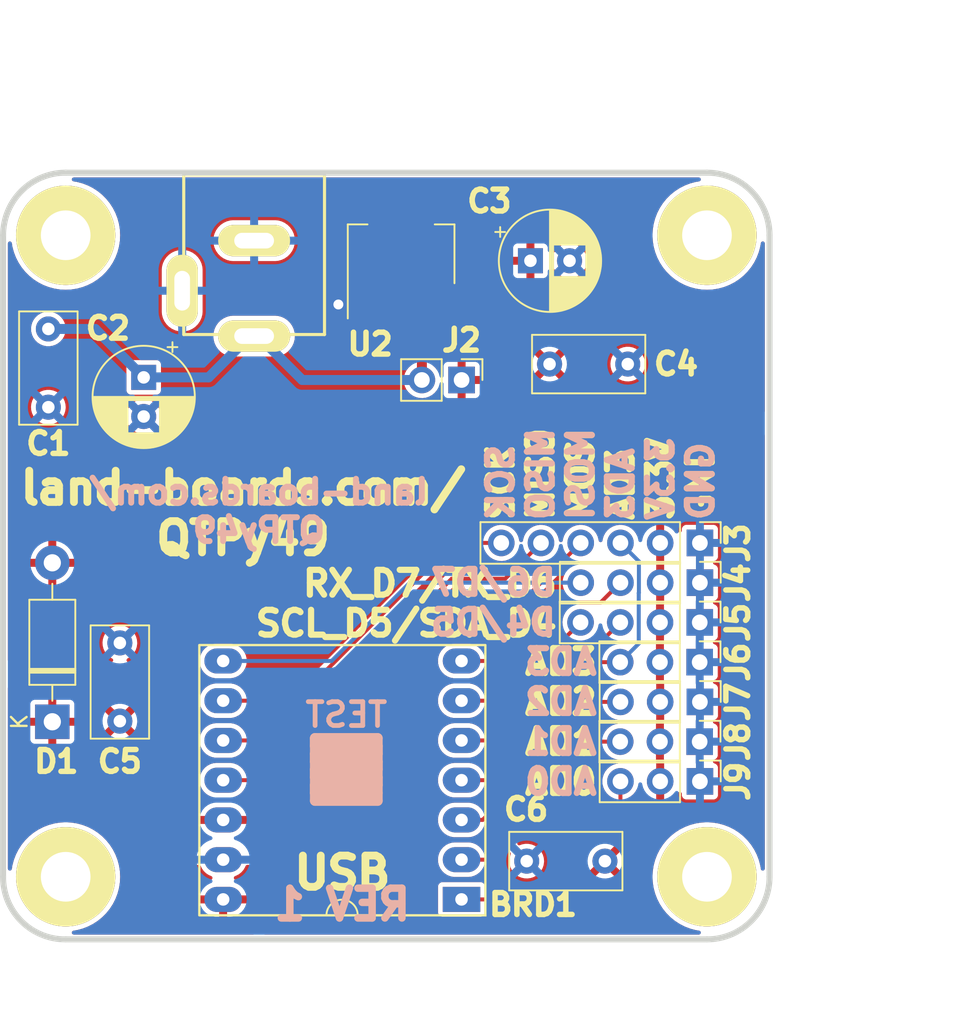
<source format=kicad_pcb>
(kicad_pcb (version 20211014) (generator pcbnew)
  (title_block (date "19 aug 2014"))
  (layers (0 "F.Cu" signal "Front") (31 "B.Cu" signal "Back") (36 "B.SilkS" user "B.Silkscreen") (37 "F.SilkS" user "F.Silkscreen") (38 "B.Mask" user) (39 "F.Mask" user) (44 "Edge.Cuts" user))
  (net 0 "")
  (net 1 "+5V")
  (net 2 "/AD0")
  (net 3 "/AD1")
  (net 4 "/AD2")
  (net 5 "/AD3")
  (net 6 "/D4_SDA")
  (net 7 "/D5_SCL")
  (net 8 "/AD6_TX")
  (net 9 "/AD7_RX")
  (net 10 "/AD8_SCK")
  (net 11 "/AD9_MISO")
  (net 12 "/AD10_MOSI")
  (net 13 "+3V3")
  (net 14 "/VREG")
  (net 15 "/VIN")
  (net 16 "GND")
  (footprint "Package_TO_SOT_SMD:SOT-223" (layer "F.Cu") (at 25.445282 5.215482 90)
    (fp_text reference "U2" (at -5.748 -1.98 180) (layer "F.SilkS") (effects (font (size 1.397 1.397) (thickness 0.381))))
    (fp_text value "AP1117")
    (pad "1" smd rect (at -3.15 -2.3 90) (size 2 1.5) (layers "F.Cu" "F.Paste" "F.Mask") (net 16 "GND"))
    (pad "2" smd rect (at -3.15 0 90) (size 2 1.5) (layers "F.Cu" "F.Paste" "F.Mask") (net 14 "/VREG"))
    (pad "3" smd rect (at -3.15 2.3 90) (size 2 1.5) (layers "F.Cu" "F.Paste" "F.Mask") (net 15 "/VIN"))
    (pad "4" smd rect (at 3.15 0 90) (size 2 3.8) (layers "F.Cu" "F.Paste" "F.Mask") (net 14 "/VREG"))
  )
  (footprint "Connector_PinHeader_2.54mm:PinHeader_1x03_P2.54mm_Vertical" (layer "F.Cu") (at 44.547282 33.823482 -90)
    (fp_text reference "J7" (at 0 -2.427318 90) (layer "F.SilkS") (effects (font (size 1.397 1.397) (thickness 0.34925))))
    (fp_text value "Conn_01x03")
    (pad "1" thru_hole rect (at 0 0 270) (size 1.7 1.7) (drill 1) (layers *.Cu *.Mask) (net 16 "GND"))
    (pad "2" thru_hole oval (at 0 2.54 270) (size 1.7 1.7) (drill 1) (layers *.Cu *.Mask) (net 13 "+3V3"))
    (pad "3" thru_hole oval (at 0 5.08 270) (size 1.7 1.7) (drill 1) (layers *.Cu *.Mask) (net 4 "/AD2"))
  )
  (footprint "LandBoards_MountHoles:MTG-4-40" (layer "F.Cu") (at 4 4)
    (fp_text reference "MTG1" hide)
    (fp_text value "4-40_MTG_HOLE" hide)
    (pad "1" thru_hole circle locked (at 0 0) (size 6.35 6.35) (drill 3.175) (layers *.Cu *.Mask "F.SilkS"))
  )
  (footprint "LandBoards_MountHoles:MTG-4-40" (layer "F.Cu") (at 45 4)
    (fp_text reference "MTG2" hide)
    (fp_text value "4-40_MTG_HOLE" hide)
    (pad "1" thru_hole circle locked (at 0 0) (size 6.35 6.35) (drill 3.175) (layers *.Cu *.Mask "F.SilkS"))
  )
  (footprint "LandBoards_MountHoles:MTG-4-40" (layer "F.Cu") (at 45 45)
    (fp_text reference "MTG4" hide)
    (fp_text value "4-40_MTG_HOLE" hide)
    (pad "1" thru_hole circle locked (at 0 0) (size 6.35 6.35) (drill 3.175) (layers *.Cu *.Mask "F.SilkS"))
  )
  (footprint "Connector_PinHeader_2.54mm:PinHeader_1x03_P2.54mm_Vertical" (layer "F.Cu") (at 44.547282 38.903482 -90)
    (fp_text reference "J9" (at 0 -2.427318 -90) (layer "F.SilkS") (effects (font (size 1.397 1.397) (thickness 0.34925))))
    (fp_text value "Conn_01x03")
    (pad "1" thru_hole rect (at 0 0 270) (size 1.7 1.7) (drill 1) (layers *.Cu *.Mask) (net 16 "GND"))
    (pad "2" thru_hole oval (at 0 2.54 270) (size 1.7 1.7) (drill 1) (layers *.Cu *.Mask) (net 13 "+3V3"))
    (pad "3" thru_hole oval (at 0 5.08 270) (size 1.7 1.7) (drill 1) (layers *.Cu *.Mask) (net 2 "/AD0"))
  )
  (footprint "Connector_PinHeader_2.54mm:PinHeader_1x03_P2.54mm_Vertical" (layer "F.Cu") (at 44.532282 36.363482 -90)
    (fp_text reference "J8" (at 0 -2.442318 90) (layer "F.SilkS") (effects (font (size 1.397 1.397) (thickness 0.34925))))
    (fp_text value "Conn_01x03")
    (pad "1" thru_hole rect (at 0 0 270) (size 1.7 1.7) (drill 1) (layers *.Cu *.Mask) (net 16 "GND"))
    (pad "2" thru_hole oval (at 0 2.54 270) (size 1.7 1.7) (drill 1) (layers *.Cu *.Mask) (net 13 "+3V3"))
    (pad "3" thru_hole oval (at 0 5.08 270) (size 1.7 1.7) (drill 1) (layers *.Cu *.Mask) (net 3 "/AD1"))
  )
  (footprint "Capacitor_THT:C_Rect_L7.0mm_W3.5mm_P5.00mm" (layer "F.Cu") (at 7.463282 35.053482 90)
    (fp_text reference "C5" (at -2.58 0 180) (layer "F.SilkS") (effects (font (size 1.397 1.397) (thickness 0.34925))))
    (fp_text value "0.1uF")
    (pad "1" thru_hole circle (at 0 0 90) (size 1.6 1.6) (drill 0.8) (layers *.Cu *.Mask) (net 1 "+5V"))
    (pad "2" thru_hole circle (at 5 0 90) (size 1.6 1.6) (drill 0.8) (layers *.Cu *.Mask) (net 16 "GND"))
  )
  (footprint "LandBoards_MountHoles:MTG-4-40" (layer "F.Cu") (at 4 45)
    (fp_text reference "MTG3" hide)
    (fp_text value "4-40_MTG_HOLE" hide)
    (pad "1" thru_hole circle locked (at 0 0) (size 6.35 6.35) (drill 3.175) (layers *.Cu *.Mask "F.SilkS"))
  )
  (footprint "Capacitor_THT:CP_Radial_D6.3mm_P2.50mm" (layer "F.Cu") (at 8.987282 13.083103 -90)
    (fp_text reference "C2" (at -3.135621 2.286 180) (layer "F.SilkS") (effects (font (size 1.397 1.397) (thickness 0.34925))))
    (fp_text value "CP1")
    (pad "1" thru_hole rect (at 0 0 270) (size 1.6 1.6) (drill 0.8) (layers *.Cu *.Mask) (net 15 "/VIN"))
    (pad "2" thru_hole circle (at 2.5 0 270) (size 1.6 1.6) (drill 0.8) (layers *.Cu *.Mask) (net 16 "GND"))
  )
  (footprint "Capacitor_THT:CP_Radial_D6.3mm_P2.50mm" (layer "F.Cu") (at 33.712903 5.629482)
    (fp_text reference "C3" (at -2.627621 -3.81) (layer "F.SilkS") (effects (font (size 1.397 1.397) (thickness 0.34925))))
    (fp_text value "CP1")
    (pad "1" thru_hole rect (at 0 0) (size 1.6 1.6) (drill 0.8) (layers *.Cu *.Mask) (net 14 "/VREG"))
    (pad "2" thru_hole circle (at 2.5 0) (size 1.6 1.6) (drill 0.8) (layers *.Cu *.Mask) (net 16 "GND"))
  )
  (footprint "LandBoards_Conns:DCJ-NEW-Slotted" (layer "F.Cu") (at 16.047282 4.3434 -90)
    (fp_text reference "J1" hide)
    (fp_text value "DCJ0202" hide)
    (pad "1" thru_hole oval (at 6.1 0 270) (size 2 4.6) (drill oval 1 2.54) (layers *.Cu *.Mask "F.SilkS") (net 15 "/VIN"))
    (pad "2" thru_hole oval (at 0 0 270) (size 2 4.6) (drill oval 1 2.54) (layers *.Cu *.Mask "F.SilkS") (net 16 "GND"))
    (pad "3" thru_hole oval (at 3.2 4.6 270) (size 4.6 2) (drill oval 2.54 1) (layers *.Cu *.Mask "F.SilkS") (net 16 "GND"))
  )
  (footprint "Connector_PinHeader_2.54mm:PinHeader_1x06_P2.54mm_Vertical" (layer "F.Cu") (at 44.547282 23.663482 -90)
    (fp_text reference "J3" (at 0 -2.427318 90) (layer "F.SilkS") (effects (font (size 1.397 1.397) (thickness 0.34925))))
    (fp_text value "Conn_01x06")
    (pad "1" thru_hole rect (at 0 0 270) (size 1.7 1.7) (drill 1) (layers *.Cu *.Mask) (net 16 "GND"))
    (pad "2" thru_hole oval (at 0 2.54 270) (size 1.7 1.7) (drill 1) (layers *.Cu *.Mask) (net 13 "+3V3"))
    (pad "3" thru_hole oval (at 0 5.08 270) (size 1.7 1.7) (drill 1) (layers *.Cu *.Mask) (net 5 "/AD3"))
    (pad "4" thru_hole oval (at 0 7.62 270) (size 1.7 1.7) (drill 1) (layers *.Cu *.Mask) (net 12 "/AD10_MOSI"))
    (pad "5" thru_hole oval (at 0 10.16 270) (size 1.7 1.7) (drill 1) (layers *.Cu *.Mask) (net 11 "/AD9_MISO"))
    (pad "6" thru_hole oval (at 0 12.7 270) (size 1.7 1.7) (drill 1) (layers *.Cu *.Mask) (net 10 "/AD8_SCK"))
  )
  (footprint "Capacitor_THT:C_Rect_L7.0mm_W3.5mm_P5.00mm" (layer "F.Cu") (at 2.891282 9.987482 -90)
    (fp_text reference "C1" (at 7.326 0 180) (layer "F.SilkS") (effects (font (size 1.397 1.397) (thickness 0.381))))
    (fp_text value "0.1uF")
    (pad "1" thru_hole circle (at 0 0 270) (size 1.6 1.6) (drill 0.8) (layers *.Cu *.Mask) (net 15 "/VIN"))
    (pad "2" thru_hole circle (at 5 0 270) (size 1.6 1.6) (drill 0.8) (layers *.Cu *.Mask) (net 16 "GND"))
  )
  (footprint "Connector_PinHeader_2.54mm:PinHeader_1x03_P2.54mm_Vertical" (layer "F.Cu") (at 44.532282 31.283482 -90)
    (fp_text reference "J6" (at 0 -2.442318 90) (layer "F.SilkS") (effects (font (size 1.397 1.397) (thickness 0.34925))))
    (fp_text value "Conn_01x03")
    (pad "1" thru_hole rect (at 0 0 270) (size 1.7 1.7) (drill 1) (layers *.Cu *.Mask) (net 16 "GND"))
    (pad "2" thru_hole oval (at 0 2.54 270) (size 1.7 1.7) (drill 1) (layers *.Cu *.Mask) (net 13 "+3V3"))
    (pad "3" thru_hole oval (at 0 5.08 270) (size 1.7 1.7) (drill 1) (layers *.Cu *.Mask) (net 5 "/AD3"))
  )
  (footprint "Connector_PinHeader_2.54mm:PinHeader_1x04_P2.54mm_Vertical" (layer "F.Cu") (at 44.537282 28.743482 -90)
    (fp_text reference "J5" (at 0 -2.437318 90) (layer "F.SilkS") (effects (font (size 1.397 1.397) (thickness 0.34925))))
    (fp_text value "Conn_01x04")
    (pad "1" thru_hole rect (at 0 0 270) (size 1.7 1.7) (drill 1) (layers *.Cu *.Mask) (net 16 "GND"))
    (pad "2" thru_hole oval (at 0 2.54 270) (size 1.7 1.7) (drill 1) (layers *.Cu *.Mask) (net 13 "+3V3"))
    (pad "3" thru_hole oval (at 0 5.08 270) (size 1.7 1.7) (drill 1) (layers *.Cu *.Mask) (net 6 "/D4_SDA"))
    (pad "4" thru_hole oval (at 0 7.62 270) (size 1.7 1.7) (drill 1) (layers *.Cu *.Mask) (net 7 "/D5_SCL"))
  )
  (footprint "Connector_PinHeader_2.54mm:PinHeader_1x02_P2.54mm_Vertical" (layer "F.Cu") (at 29.312282 13.249482 -90)
    (fp_text reference "J2" (at -2.54 0.005 180) (layer "F.SilkS") (effects (font (size 1.397 1.397) (thickness 0.34925))))
    (fp_text value "Conn_01x02")
    (pad "1" thru_hole rect (at 0 0 270) (size 1.7 1.7) (drill 1) (layers *.Cu *.Mask) (net 14 "/VREG"))
    (pad "2" thru_hole oval (at 0 2.54 270) (size 1.7 1.7) (drill 1) (layers *.Cu *.Mask) (net 15 "/VIN"))
  )
  (footprint "Capacitor_THT:C_Rect_L7.0mm_W3.5mm_P5.00mm" (layer "F.Cu") (at 38.4746 44 180)
    (fp_text reference "C6" (at 5.04 3.302) (layer "F.SilkS") (effects (font (size 1.397 1.397) (thickness 0.34925))))
    (fp_text value "0.1uF")
    (pad "1" thru_hole circle (at 0 0 180) (size 1.6 1.6) (drill 0.8) (layers *.Cu *.Mask) (net 13 "+3V3"))
    (pad "2" thru_hole circle (at 5 0 180) (size 1.6 1.6) (drill 0.8) (layers *.Cu *.Mask) (net 16 "GND"))
  )
  (footprint "LandBoards_BoardOutlines:QT_Py" (layer "F.Cu") (at 29.307282 46.447282 180)
    (fp_text reference "BRD1" (at -4.572 -0.3302 180) (layer "F.SilkS") (effects (font (size 1.397 1.397) (thickness 0.381))))
    (fp_text value "QT_Py")
    (pad "1" thru_hole rect (at 0 0 180) (size 2.4 1.6) (drill 0.8) (layers *.Cu *.Mask) (net 2 "/AD0"))
    (pad "2" thru_hole oval (at 0 2.54 180) (size 2.4 1.6) (drill 0.8) (layers *.Cu *.Mask) (net 3 "/AD1"))
    (pad "3" thru_hole oval (at 0 5.08 180) (size 2.4 1.6) (drill 0.8) (layers *.Cu *.Mask) (net 4 "/AD2"))
    (pad "4" thru_hole oval (at 0 7.62 180) (size 2.4 1.6) (drill 0.8) (layers *.Cu *.Mask) (net 5 "/AD3"))
    (pad "5" thru_hole oval (at 0 10.16 180) (size 2.4 1.6) (drill 0.8) (layers *.Cu *.Mask) (net 6 "/D4_SDA"))
    (pad "6" thru_hole oval (at 0 12.7 180) (size 2.4 1.6) (drill 0.8) (layers *.Cu *.Mask) (net 7 "/D5_SCL"))
    (pad "7" thru_hole oval (at 0 15.24 180) (size 2.4 1.6) (drill 0.8) (layers *.Cu *.Mask) (net 8 "/AD6_TX"))
    (pad "8" thru_hole oval (at 15.24 15.24 180) (size 2.4 1.6) (drill 0.8) (layers *.Cu *.Mask) (net 9 "/AD7_RX"))
    (pad "9" thru_hole oval (at 15.24 12.7 180) (size 2.4 1.6) (drill 0.8) (layers *.Cu *.Mask) (net 10 "/AD8_SCK"))
    (pad "10" thru_hole oval (at 15.24 10.16 180) (size 2.4 1.6) (drill 0.8) (layers *.Cu *.Mask) (net 11 "/AD9_MISO"))
    (pad "11" thru_hole oval (at 15.24 7.62 180) (size 2.4 1.6) (drill 0.8) (layers *.Cu *.Mask) (net 12 "/AD10_MOSI"))
    (pad "12" thru_hole oval (at 15.24 5.08 180) (size 2.4 1.6) (drill 0.8) (layers *.Cu *.Mask) (net 13 "+3V3"))
    (pad "13" thru_hole oval (at 15.24 2.54 180) (size 2.4 1.6) (drill 0.8) (layers *.Cu *.Mask) (net 16 "GND"))
    (pad "14" thru_hole oval (at 15.24 0 180) (size 2.4 1.6) (drill 0.8) (layers *.Cu *.Mask) (net 1 "+5V"))
  )
  (footprint "LandBoards_Marking:TEST_BLK-REAR" (layer "F.Cu") (at 21.941282 38.141482)
    (fp_text reference "TEST" (at 0 -3.5) (layer "B.SilkS") (effects (font (size 1.524 1.524) (thickness 0.3048)) (justify mirror)))
    (fp_text value "TEST COUPON" hide)
  )
  (footprint "Capacitor_THT:C_Rect_L7.0mm_W3.5mm_P5.00mm" (layer "F.Cu") (at 34.935282 12.233482)
    (fp_text reference "C4" (at 8.088 0) (layer "F.SilkS") (effects (font (size 1.397 1.397) (thickness 0.34925))))
    (fp_text value "0.1uF")
    (pad "1" thru_hole circle (at 0 0) (size 1.6 1.6) (drill 0.8) (layers *.Cu *.Mask) (net 14 "/VREG"))
    (pad "2" thru_hole circle (at 5 0) (size 1.6 1.6) (drill 0.8) (layers *.Cu *.Mask) (net 16 "GND"))
  )
  (footprint "Connector_PinHeader_2.54mm:PinHeader_1x04_P2.54mm_Vertical" (layer "F.Cu") (at 44.547282 26.203482 -90)
    (fp_text reference "J4" (at 0 -2.427318 90) (layer "F.SilkS") (effects (font (size 1.397 1.397) (thickness 0.381))))
    (fp_text value "Conn_01x04")
    (pad "1" thru_hole rect (at 0 0 270) (size 1.7 1.7) (drill 1) (layers *.Cu *.Mask) (net 16 "GND"))
    (pad "2" thru_hole oval (at 0 2.54 270) (size 1.7 1.7) (drill 1) (layers *.Cu *.Mask) (net 13 "+3V3"))
    (pad "3" thru_hole oval (at 0 5.08 270) (size 1.7 1.7) (drill 1) (layers *.Cu *.Mask) (net 8 "/AD6_TX"))
    (pad "4" thru_hole oval (at 0 7.62 270) (size 1.7 1.7) (drill 1) (layers *.Cu *.Mask) (net 9 "/AD7_RX"))
  )
  (footprint "Diode_THT:D_DO-41_SOD81_P10.16mm_Horizontal" (layer "F.Cu") (at 3.145282 35.093482 90)
    (fp_text reference "D1" (at -2.54 0.254 180) (layer "F.SilkS") (effects (font (size 1.397 1.397) (thickness 0.381))))
    (fp_text value "D_Schottky")
    (fp_text user "K" (at 0 -2.1 90) (layer "F.SilkS"))
    (pad "1" thru_hole rect (at 0 0 90) (size 2.2 2.2) (drill 1.1) (layers *.Cu *.Mask) (net 1 "+5V"))
    (pad "2" thru_hole oval (at 10.16 0 90) (size 2.2 2.2) (drill 1.1) (layers *.Cu *.Mask) (net 14 "/VREG"))
  )
  (gr_line (start 49 45) (end 49 4) (layer "Edge.Cuts") (width 0.381))
  (gr_arc (start 49 45) (mid 47.828427 47.828427) (end 45 49) (layer "Edge.Cuts") (width 0.381))
  (gr_arc (start 4 49) (mid 1.163751 47.836249) (end 0 45) (layer "Edge.Cuts") (width 0.381))
  (gr_arc (start 0 4) (mid 1.171573 1.171573) (end 4 0) (layer "Edge.Cuts") (width 0.381))
  (gr_line (start 4 49) (end 45 49) (layer "Edge.Cuts") (width 0.381))
  (gr_line (start 45 0) (end 4 0) (layer "Edge.Cuts") (width 0.381))
  (gr_line (start 0 4) (end 0 45) (layer "Edge.Cuts") (width 0.381))
  (gr_arc (start 45 0) (mid 47.828427 1.171573) (end 49 4) (layer "Edge.Cuts") (width 0.381))
  (gr_text "SCK\nMISO\nMOSI\nAD3\n3.3V\nGND" (at 38.197282 22.393482 90) (layer "B.SilkS") (effects (font (size 1.5875 1.5875) (thickness 0.396875)) (justify right mirror)))
  (gr_text "REV 1" (at 21.687282 46.777482) (layer "B.SilkS") (effects (font (size 1.905 1.905) (thickness 0.47625)) (justify mirror)))
  (gr_text "land-boards.com/\nQTPy49" (at 16.353282 21.631482) (layer "B.SilkS") (effects (font (size 1.524 1.524) (thickness 0.381)) (justify mirror)))
  (gr_text "D6/D7\nD4/D5" (at 31.339282 27.473482) (layer "B.SilkS") (effects (font (size 1.5875 1.5875) (thickness 0.396875)) (justify mirror)))
  (gr_text "AD3\nAD2\nAD1\nAD0" (at 35.657282 35.093482) (layer "B.SilkS") (effects (font (size 1.5875 1.5875) (thickness 0.396875)) (justify mirror)))
  (gr_text "AD3\nAD2\nAD1\nAD0" (at 35.657282 35.093482) (layer "F.SilkS") (effects (font (size 1.5875 1.5875) (thickness 0.396875))))
  (gr_text "land-boards.com/\nQTPy49" (at 15.337282 21.758482) (layer "F.SilkS") (effects (font (size 2 2) (thickness 0.5))))
  (gr_text "SCK\nMISO\nMOSI\nAD3\n3.3V\nGND" (at 38.197282 22.393482 90) (layer "F.SilkS") (effects (font (size 1.5875 1.5875) (thickness 0.396875)) (justify left)))
  (gr_text "USB" (at 21.687282 44.745482) (layer "F.SilkS") (effects (font (size 2 2) (thickness 0.5))))
  (gr_text "RX_D7/TX_D6\nSCL_D5/SDA_D4" (at 35.597282 27.533482) (layer "F.SilkS") (effects (font (size 1.5875 1.5875) (thickness 0.396875)) (justify right)))
  (segment (start 7.423282 35.093482) (end 7.463282 35.053482) (width 0.635) (layer "F.Cu") (net 1))
  (segment (start 39.467282 40.681482) (end 39.467282 38.903482) (width 0.254) (layer "F.Cu") (net 2))
  (segment (start 33.701482 46.447282) (end 39.467282 40.681482) (width 0.254) (layer "F.Cu") (net 2))
  (segment (start 29.307282 46.447282) (end 33.701482 46.447282) (width 0.254) (layer "F.Cu") (net 2))
  (segment (start 39.452282 36.363482) (end 37.435282 36.363482) (width 0.254) (layer "F.Cu") (net 3))
  (segment (start 29.307282 43.907282) (end 31.161482 43.907282) (width 0.254) (layer "F.Cu") (net 3))
  (segment (start 37.435282 36.363482) (end 36.800282 36.998482) (width 0.254) (layer "F.Cu") (net 3))
  (segment (start 31.161482 43.907282) (end 36.800282 38.268482) (width 0.254) (layer "F.Cu") (net 3))
  (segment (start 36.800282 36.998482) (end 36.800282 38.268482) (width 0.254) (layer "F.Cu") (net 3))
  (segment (start 36.927282 33.823482) (end 39.467282 33.823482) (width 0.254) (layer "F.Cu") (net 4))
  (segment (start 29.307282 41.367282) (end 30.653482 41.367282) (width 0.254) (layer "F.Cu") (net 4))
  (segment (start 35.911282 34.839482) (end 36.927282 33.823482) (width 0.254) (layer "F.Cu") (net 4))
  (segment (start 35.911282 36.109482) (end 35.911282 34.839482) (width 0.254) (layer "F.Cu") (net 4))
  (segment (start 30.653482 41.367282) (end 35.911282 36.109482) (width 0.254) (layer "F.Cu") (net 4))
  (segment (start 37.435282 31.283482) (end 39.452282 31.283482) (width 0.254) (layer "F.Cu") (net 5))
  (segment (start 31.415482 38.827282) (end 35.149282 35.093482) (width 0.254) (layer "F.Cu") (net 5))
  (segment (start 29.307282 38.827282) (end 31.415482 38.827282) (width 0.254) (layer "F.Cu") (net 5))
  (segment (start 35.149282 33.569482) (end 37.435282 31.283482) (width 0.254) (layer "F.Cu") (net 5))
  (segment (start 35.149282 35.093482) (end 35.149282 33.569482) (width 0.254) (layer "F.Cu") (net 5))
  (segment (start 40.636993 30.098771) (end 40.636993 26.865193) (width 0.254) (layer "B.Cu") (net 5))
  (segment (start 39.452282 31.283482) (end 40.636993 30.098771) (width 0.254) (layer "B.Cu") (net 5))
  (segment (start 40.646993 24.843193) (end 39.467282 23.663482) (width 0.254) (layer "B.Cu") (net 5))
  (segment (start 40.646993 26.855193) (end 40.646993 24.843193) (width 0.254) (layer "B.Cu") (net 5))
  (segment (start 40.636993 26.865193) (end 40.646993 26.855193) (width 0.254) (layer "B.Cu") (net 5))
  (segment (start 29.307282 36.287282) (end 31.041846 36.287282) (width 0.254) (layer "F.Cu") (net 6))
  (segment (start 31.041846 36.287282) (end 37.061646 30.267482) (width 0.254) (layer "F.Cu") (net 6))
  (segment (start 37.061646 30.267482) (end 37.933282 30.267482) (width 0.254) (layer "F.Cu") (net 6))
  (segment (start 37.933282 30.267482) (end 39.457282 28.743482) (width 0.254) (layer "F.Cu") (net 6))
  (segment (start 29.307282 33.747282) (end 31.913482 33.747282) (width 0.254) (layer "F.Cu") (net 7))
  (segment (start 31.913482 33.747282) (end 36.917282 28.743482) (width 0.254) (layer "F.Cu") (net 7))
  (segment (start 38.197282 27.473482) (end 39.467282 26.203482) (width 0.254) (layer "F.Cu") (net 8))
  (segment (start 35.403282 27.473482) (end 38.197282 27.473482) (width 0.254) (layer "F.Cu") (net 8))
  (segment (start 31.669482 31.207282) (end 35.403282 27.473482) (width 0.254) (layer "F.Cu") (net 8))
  (segment (start 29.307282 31.207282) (end 31.669482 31.207282) (width 0.254) (layer "F.Cu") (net 8))
  (segment (start 26.005282 26.203482) (end 21.001482 31.207282) (width 0.254) (layer "B.Cu") (net 9))
  (segment (start 36.927282 26.203482) (end 26.005282 26.203482) (width 0.254) (layer "B.Cu") (net 9))
  (segment (start 21.001482 31.207282) (end 14.067282 31.207282) (width 0.254) (layer "B.Cu") (net 9))
  (segment (start 14.067282 33.747282) (end 18.715482 33.747282) (width 0.254) (layer "F.Cu") (net 10))
  (segment (start 18.715482 33.747282) (end 28.799282 23.663482) (width 0.254) (layer "F.Cu") (net 10))
  (segment (start 28.799282 23.663482) (end 31.847282 23.663482) (width 0.254) (layer "F.Cu") (net 10))
  (segment (start 14.067282 36.287282) (end 18.345382 36.287282) (width 0.254) (layer "F.Cu") (net 11))
  (segment (start 18.345382 36.287282) (end 28.683182 25.949482) (width 0.254) (layer "F.Cu") (net 11))
  (segment (start 28.683182 25.949482) (end 32.101282 25.949482) (width 0.254) (layer "F.Cu") (net 11))
  (segment (start 32.101282 25.949482) (end 34.387282 23.663482) (width 0.254) (layer "F.Cu") (net 11))
  (segment (start 29.561282 26.965482) (end 33.625282 26.965482) (width 0.254) (layer "F.Cu") (net 12))
  (segment (start 17.699482 38.827282) (end 29.561282 26.965482) (width 0.254) (layer "F.Cu") (net 12))
  (segment (start 33.625282 26.965482) (end 36.927282 23.663482) (width 0.254) (layer "F.Cu") (net 12))
  (segment (start 14.067282 38.827282) (end 17.699482 38.827282) (width 0.254) (layer "F.Cu") (net 12))
  (segment (start 26.772282 11.476482) (end 26.772282 13.249482) (width 0.635) (layer "F.Cu") (net 15))
  (segment (start 27.745282 10.493482) (end 26.767282 11.471482) (width 0.635) (layer "F.Cu") (net 15))
  (segment (start 27.745282 8.365482) (end 27.745282 10.493482) (width 0.635) (layer "F.Cu") (net 15))
  (segment (start 26.767282 11.471482) (end 26.772282 11.476482) (width 0.635) (layer "F.Cu") (net 15))
  (segment (start 5.891661 9.987482) (end 8.987282 13.083103) (width 0.635) (layer "B.Cu") (net 15))
  (segment (start 2.891282 9.987482) (end 5.891661 9.987482) (width 0.635) (layer "B.Cu") (net 15))
  (segment (start 19.124282 13.249482) (end 16.047282 10.172482) (width 0.635) (layer "B.Cu") (net 15))
  (segment (start 8.987282 13.083103) (end 13.136661 13.083103) (width 0.635) (layer "B.Cu") (net 15))
  (segment (start 13.136661 13.083103) (end 16.047282 10.172482) (width 0.635) (layer "B.Cu") (net 15))
  (segment (start 26.772282 13.249482) (end 19.124282 13.249482) (width 0.635) (layer "B.Cu") (net 15))
  (segment (start 23.145282 8.365482) (end 21.491282 8.365482) (width 0.635) (layer "F.Cu") (net 16))
  (segment (start 21.491282 8.365482) (end 21.433282 8.423482) (width 0.635) (layer "F.Cu") (net 16))
  (via (at 21.433282 8.423482) (size 0.889) (drill 0.635) (layers "F.Cu" "B.Cu") (net 16))
  (zone (net 13) (net_name "+3V3") (layer "F.Cu") (connect_pads (clearance 0.3048)) (min_thickness 0.254) (fill yes (thermal_gap 0.508) (thermal_bridge_width 0.508))
    (polygon (pts (xy 48.827282 45.403482) (xy 44.885282 49.025482) (xy 16.607282 49.025482) (xy 16.861282 42.713482) (xy 10.776396 42.713482) (xy 10.849282 16.678482) (xy 48.992282 16.678482)))
  )
  (zone (net 14) (net_name "/VREG") (layer "F.Cu") (connect_pads (clearance 0.3048)) (min_thickness 0.254) (fill yes (thermal_gap 0.508) (thermal_bridge_width 0.508))
    (polygon (pts (xy 3.737282 -0.060018) (xy 44.722246 0.078329) (xy 48.992282 3.978482) (xy 48.992282 15.367415) (xy 29.09175 15.292568) (xy 29.137282 15.243482) (xy 9.495282 15.338866) (xy 9.495282 31.283482) (xy -0.156718 31.283482) (xy -0.009218 15.408482) (xy -0.072718 4.448482)))
  )
  (zone (net 1) (net_name "+5V") (layer "F.Cu") (connect_pads (clearance 0.3048)) (min_thickness 0.254) (fill yes (thermal_gap 0.508) (thermal_bridge_width 0.508))
    (polygon (pts (xy 10.003282 44.237482) (xy 16.099282 44.237482) (xy 16.099282 48.809482) (xy 3.653282 49.063482) (xy 0.605282 47.031482) (xy 0.097282 44.491482) (xy -0.156718 32.807482) (xy 10.003282 32.807482)))
  )
  (zone (net 16) (net_name "GND") (layer "B.Cu") (connect_pads (clearance 0.3048)) (min_thickness 0.254) (fill yes (thermal_gap 0.508) (thermal_bridge_width 0.508))
    (polygon (pts (xy 3.737282 0.003482) (xy 44.885282 0.003482) (xy 48.949282 3.559482) (xy 48.949282 45.215482) (xy 44.631282 49.025482) (xy 3.483282 49.025482) (xy -0.072718 44.707482) (xy -0.072718 3.813482)))
  )
)
</source>
